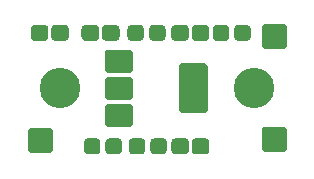
<source format=gbr>
%TF.GenerationSoftware,KiCad,Pcbnew,(5.1.8)-1*%
%TF.CreationDate,2021-01-22T21:13:55+01:00*%
%TF.ProjectId,const-curr_LT3092,636f6e73-742d-4637-9572-725f4c543330,rev?*%
%TF.SameCoordinates,Original*%
%TF.FileFunction,Soldermask,Top*%
%TF.FilePolarity,Negative*%
%FSLAX46Y46*%
G04 Gerber Fmt 4.6, Leading zero omitted, Abs format (unit mm)*
G04 Created by KiCad (PCBNEW (5.1.8)-1) date 2021-01-22 21:13:55*
%MOMM*%
%LPD*%
G01*
G04 APERTURE LIST*
%ADD10C,3.430000*%
G04 APERTURE END LIST*
%TO.C,C1*%
G36*
G01*
X83510000Y-58645000D02*
X83510000Y-57955000D01*
G75*
G02*
X83855000Y-57610000I345000J0D01*
G01*
X84670000Y-57610000D01*
G75*
G02*
X85015000Y-57955000I0J-345000D01*
G01*
X85015000Y-58645000D01*
G75*
G02*
X84670000Y-58990000I-345000J0D01*
G01*
X83855000Y-58990000D01*
G75*
G02*
X83510000Y-58645000I0J345000D01*
G01*
G37*
G36*
G01*
X81785000Y-58645000D02*
X81785000Y-57955000D01*
G75*
G02*
X82130000Y-57610000I345000J0D01*
G01*
X82945000Y-57610000D01*
G75*
G02*
X83290000Y-57955000I0J-345000D01*
G01*
X83290000Y-58645000D01*
G75*
G02*
X82945000Y-58990000I-345000J0D01*
G01*
X82130000Y-58990000D01*
G75*
G02*
X81785000Y-58645000I0J345000D01*
G01*
G37*
%TD*%
%TO.C,J2*%
G36*
G01*
X101335000Y-68150000D02*
X101335000Y-66450000D01*
G75*
G02*
X101550000Y-66235000I215000J0D01*
G01*
X103250000Y-66235000D01*
G75*
G02*
X103465000Y-66450000I0J-215000D01*
G01*
X103465000Y-68150000D01*
G75*
G02*
X103250000Y-68365000I-215000J0D01*
G01*
X101550000Y-68365000D01*
G75*
G02*
X101335000Y-68150000I0J215000D01*
G01*
G37*
%TD*%
%TO.C,C2*%
G36*
G01*
X93685000Y-68245000D02*
X93685000Y-67555000D01*
G75*
G02*
X94030000Y-67210000I345000J0D01*
G01*
X94845000Y-67210000D01*
G75*
G02*
X95190000Y-67555000I0J-345000D01*
G01*
X95190000Y-68245000D01*
G75*
G02*
X94845000Y-68590000I-345000J0D01*
G01*
X94030000Y-68590000D01*
G75*
G02*
X93685000Y-68245000I0J345000D01*
G01*
G37*
G36*
G01*
X95410000Y-68245000D02*
X95410000Y-67555000D01*
G75*
G02*
X95755000Y-67210000I345000J0D01*
G01*
X96570000Y-67210000D01*
G75*
G02*
X96915000Y-67555000I0J-345000D01*
G01*
X96915000Y-68245000D01*
G75*
G02*
X96570000Y-68590000I-345000J0D01*
G01*
X95755000Y-68590000D01*
G75*
G02*
X95410000Y-68245000I0J345000D01*
G01*
G37*
%TD*%
%TO.C,C3*%
G36*
G01*
X86085000Y-58645000D02*
X86085000Y-57955000D01*
G75*
G02*
X86430000Y-57610000I345000J0D01*
G01*
X87245000Y-57610000D01*
G75*
G02*
X87590000Y-57955000I0J-345000D01*
G01*
X87590000Y-58645000D01*
G75*
G02*
X87245000Y-58990000I-345000J0D01*
G01*
X86430000Y-58990000D01*
G75*
G02*
X86085000Y-58645000I0J345000D01*
G01*
G37*
G36*
G01*
X87810000Y-58645000D02*
X87810000Y-57955000D01*
G75*
G02*
X88155000Y-57610000I345000J0D01*
G01*
X88970000Y-57610000D01*
G75*
G02*
X89315000Y-57955000I0J-345000D01*
G01*
X89315000Y-58645000D01*
G75*
G02*
X88970000Y-58990000I-345000J0D01*
G01*
X88155000Y-58990000D01*
G75*
G02*
X87810000Y-58645000I0J345000D01*
G01*
G37*
%TD*%
%TO.C,C4*%
G36*
G01*
X95410000Y-58645000D02*
X95410000Y-57955000D01*
G75*
G02*
X95755000Y-57610000I345000J0D01*
G01*
X96570000Y-57610000D01*
G75*
G02*
X96915000Y-57955000I0J-345000D01*
G01*
X96915000Y-58645000D01*
G75*
G02*
X96570000Y-58990000I-345000J0D01*
G01*
X95755000Y-58990000D01*
G75*
G02*
X95410000Y-58645000I0J345000D01*
G01*
G37*
G36*
G01*
X93685000Y-58645000D02*
X93685000Y-57955000D01*
G75*
G02*
X94030000Y-57610000I345000J0D01*
G01*
X94845000Y-57610000D01*
G75*
G02*
X95190000Y-57955000I0J-345000D01*
G01*
X95190000Y-58645000D01*
G75*
G02*
X94845000Y-58990000I-345000J0D01*
G01*
X94030000Y-58990000D01*
G75*
G02*
X93685000Y-58645000I0J345000D01*
G01*
G37*
%TD*%
D10*
%TO.C,H1*%
X100700000Y-63000000D03*
%TD*%
%TO.C,H2*%
X84300000Y-63000000D03*
%TD*%
%TO.C,J1*%
G36*
G01*
X83450000Y-68465000D02*
X81750000Y-68465000D01*
G75*
G02*
X81535000Y-68250000I0J215000D01*
G01*
X81535000Y-66550000D01*
G75*
G02*
X81750000Y-66335000I215000J0D01*
G01*
X83450000Y-66335000D01*
G75*
G02*
X83665000Y-66550000I0J-215000D01*
G01*
X83665000Y-68250000D01*
G75*
G02*
X83450000Y-68465000I-215000J0D01*
G01*
G37*
%TD*%
%TO.C,J3*%
G36*
G01*
X101335000Y-59450000D02*
X101335000Y-57750000D01*
G75*
G02*
X101550000Y-57535000I215000J0D01*
G01*
X103250000Y-57535000D01*
G75*
G02*
X103465000Y-57750000I0J-215000D01*
G01*
X103465000Y-59450000D01*
G75*
G02*
X103250000Y-59665000I-215000J0D01*
G01*
X101550000Y-59665000D01*
G75*
G02*
X101335000Y-59450000I0J215000D01*
G01*
G37*
%TD*%
%TO.C,R1*%
G36*
G01*
X88110000Y-68245000D02*
X88110000Y-67555000D01*
G75*
G02*
X88455000Y-67210000I345000J0D01*
G01*
X89170000Y-67210000D01*
G75*
G02*
X89515000Y-67555000I0J-345000D01*
G01*
X89515000Y-68245000D01*
G75*
G02*
X89170000Y-68590000I-345000J0D01*
G01*
X88455000Y-68590000D01*
G75*
G02*
X88110000Y-68245000I0J345000D01*
G01*
G37*
G36*
G01*
X86285000Y-68245000D02*
X86285000Y-67555000D01*
G75*
G02*
X86630000Y-67210000I345000J0D01*
G01*
X87345000Y-67210000D01*
G75*
G02*
X87690000Y-67555000I0J-345000D01*
G01*
X87690000Y-68245000D01*
G75*
G02*
X87345000Y-68590000I-345000J0D01*
G01*
X86630000Y-68590000D01*
G75*
G02*
X86285000Y-68245000I0J345000D01*
G01*
G37*
%TD*%
%TO.C,R2*%
G36*
G01*
X93202500Y-57955000D02*
X93202500Y-58645000D01*
G75*
G02*
X92857500Y-58990000I-345000J0D01*
G01*
X92142500Y-58990000D01*
G75*
G02*
X91797500Y-58645000I0J345000D01*
G01*
X91797500Y-57955000D01*
G75*
G02*
X92142500Y-57610000I345000J0D01*
G01*
X92857500Y-57610000D01*
G75*
G02*
X93202500Y-57955000I0J-345000D01*
G01*
G37*
G36*
G01*
X91377500Y-57955000D02*
X91377500Y-58645000D01*
G75*
G02*
X91032500Y-58990000I-345000J0D01*
G01*
X90317500Y-58990000D01*
G75*
G02*
X89972500Y-58645000I0J345000D01*
G01*
X89972500Y-57955000D01*
G75*
G02*
X90317500Y-57610000I345000J0D01*
G01*
X91032500Y-57610000D01*
G75*
G02*
X91377500Y-57955000I0J-345000D01*
G01*
G37*
%TD*%
%TO.C,R3*%
G36*
G01*
X98590000Y-57955000D02*
X98590000Y-58645000D01*
G75*
G02*
X98245000Y-58990000I-345000J0D01*
G01*
X97530000Y-58990000D01*
G75*
G02*
X97185000Y-58645000I0J345000D01*
G01*
X97185000Y-57955000D01*
G75*
G02*
X97530000Y-57610000I345000J0D01*
G01*
X98245000Y-57610000D01*
G75*
G02*
X98590000Y-57955000I0J-345000D01*
G01*
G37*
G36*
G01*
X100415000Y-57955000D02*
X100415000Y-58645000D01*
G75*
G02*
X100070000Y-58990000I-345000J0D01*
G01*
X99355000Y-58990000D01*
G75*
G02*
X99010000Y-58645000I0J345000D01*
G01*
X99010000Y-57955000D01*
G75*
G02*
X99355000Y-57610000I345000J0D01*
G01*
X100070000Y-57610000D01*
G75*
G02*
X100415000Y-57955000I0J-345000D01*
G01*
G37*
%TD*%
%TO.C,R4*%
G36*
G01*
X90085000Y-68245000D02*
X90085000Y-67555000D01*
G75*
G02*
X90430000Y-67210000I345000J0D01*
G01*
X91145000Y-67210000D01*
G75*
G02*
X91490000Y-67555000I0J-345000D01*
G01*
X91490000Y-68245000D01*
G75*
G02*
X91145000Y-68590000I-345000J0D01*
G01*
X90430000Y-68590000D01*
G75*
G02*
X90085000Y-68245000I0J345000D01*
G01*
G37*
G36*
G01*
X91910000Y-68245000D02*
X91910000Y-67555000D01*
G75*
G02*
X92255000Y-67210000I345000J0D01*
G01*
X92970000Y-67210000D01*
G75*
G02*
X93315000Y-67555000I0J-345000D01*
G01*
X93315000Y-68245000D01*
G75*
G02*
X92970000Y-68590000I-345000J0D01*
G01*
X92255000Y-68590000D01*
G75*
G02*
X91910000Y-68245000I0J345000D01*
G01*
G37*
%TD*%
%TO.C,U1*%
G36*
G01*
X94335000Y-64900000D02*
X94335000Y-61100000D01*
G75*
G02*
X94550000Y-60885000I215000J0D01*
G01*
X96550000Y-60885000D01*
G75*
G02*
X96765000Y-61100000I0J-215000D01*
G01*
X96765000Y-64900000D01*
G75*
G02*
X96550000Y-65115000I-215000J0D01*
G01*
X94550000Y-65115000D01*
G75*
G02*
X94335000Y-64900000I0J215000D01*
G01*
G37*
G36*
G01*
X88035000Y-63750000D02*
X88035000Y-62250000D01*
G75*
G02*
X88250000Y-62035000I215000J0D01*
G01*
X90250000Y-62035000D01*
G75*
G02*
X90465000Y-62250000I0J-215000D01*
G01*
X90465000Y-63750000D01*
G75*
G02*
X90250000Y-63965000I-215000J0D01*
G01*
X88250000Y-63965000D01*
G75*
G02*
X88035000Y-63750000I0J215000D01*
G01*
G37*
G36*
G01*
X88035000Y-66050000D02*
X88035000Y-64550000D01*
G75*
G02*
X88250000Y-64335000I215000J0D01*
G01*
X90250000Y-64335000D01*
G75*
G02*
X90465000Y-64550000I0J-215000D01*
G01*
X90465000Y-66050000D01*
G75*
G02*
X90250000Y-66265000I-215000J0D01*
G01*
X88250000Y-66265000D01*
G75*
G02*
X88035000Y-66050000I0J215000D01*
G01*
G37*
G36*
G01*
X88035000Y-61450000D02*
X88035000Y-59950000D01*
G75*
G02*
X88250000Y-59735000I215000J0D01*
G01*
X90250000Y-59735000D01*
G75*
G02*
X90465000Y-59950000I0J-215000D01*
G01*
X90465000Y-61450000D01*
G75*
G02*
X90250000Y-61665000I-215000J0D01*
G01*
X88250000Y-61665000D01*
G75*
G02*
X88035000Y-61450000I0J215000D01*
G01*
G37*
%TD*%
M02*

</source>
